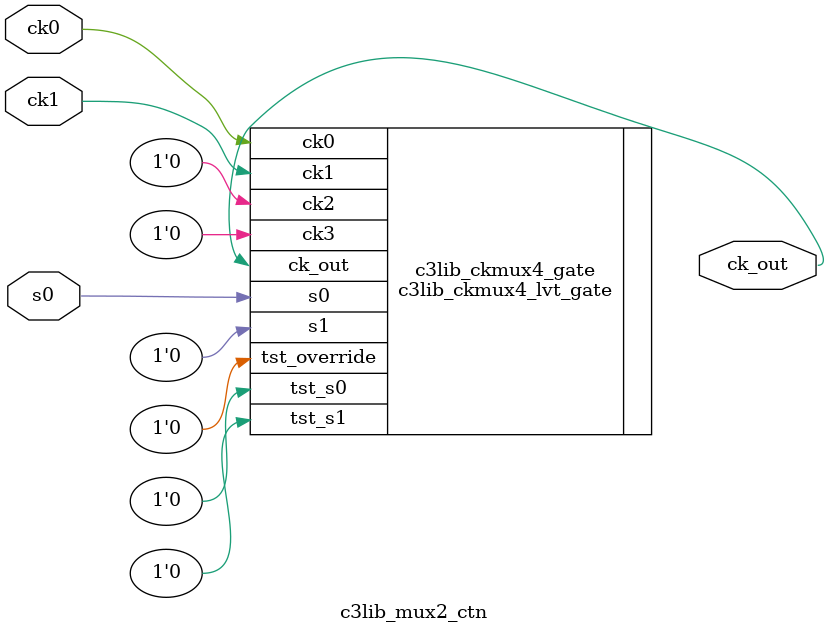
<source format=sv>

module c3lib_mux2_ctn(

  input  logic	ck0,
  input	 logic	ck1,
  input  logic	s0,
  output logic	ck_out

); 

  c3lib_ckmux4_lvt_gate c3lib_ckmux4_gate( 

    // Functional IOs
    .ck0	( ck0    ),
    .ck1	( ck1    ),
    .ck2	( 1'b0   ),
    .ck3	( 1'b0   ),
    .s0		( s0     ),
    .s1		( 1'b0   ),
    .ck_out	( ck_out ),

    // Scan IOs
    .tst_override	( 1'b0 ),
    .tst_s0		( 1'b0 ),
    .tst_s1		( 1'b0 )

  ); 

endmodule 


</source>
